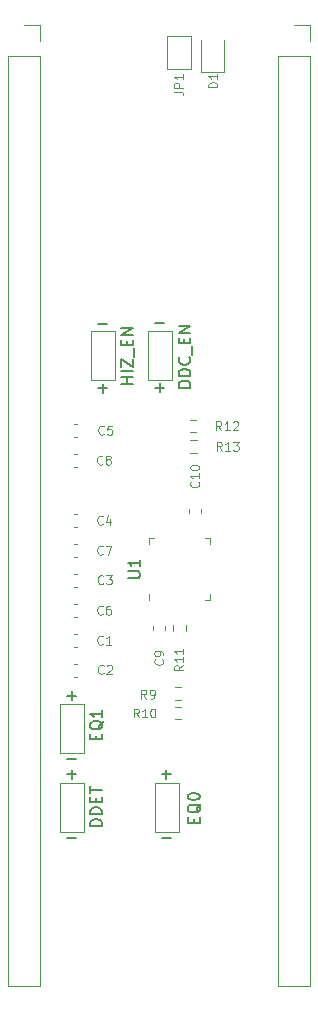
<source format=gto>
G04 #@! TF.GenerationSoftware,KiCad,Pcbnew,(5.1.12)-1*
G04 #@! TF.CreationDate,2022-10-04T21:51:07-07:00*
G04 #@! TF.ProjectId,HDMIBuffer,48444d49-4275-4666-9665-722e6b696361,rev?*
G04 #@! TF.SameCoordinates,Original*
G04 #@! TF.FileFunction,Legend,Top*
G04 #@! TF.FilePolarity,Positive*
%FSLAX46Y46*%
G04 Gerber Fmt 4.6, Leading zero omitted, Abs format (unit mm)*
G04 Created by KiCad (PCBNEW (5.1.12)-1) date 2022-10-04 21:51:07*
%MOMM*%
%LPD*%
G01*
G04 APERTURE LIST*
%ADD10C,0.150000*%
%ADD11C,0.120000*%
%ADD12R,1.500000X1.000000*%
%ADD13O,1.600000X1.600000*%
%ADD14R,1.600000X1.600000*%
%ADD15R,2.100000X2.100000*%
%ADD16C,0.100000*%
G04 APERTURE END LIST*
D10*
X124124980Y-95346542D02*
X123124980Y-95346542D01*
X123601171Y-95346542D02*
X123601171Y-94775114D01*
X124124980Y-94775114D02*
X123124980Y-94775114D01*
X124124980Y-94298923D02*
X123124980Y-94298923D01*
X123124980Y-93917971D02*
X123124980Y-93251304D01*
X124124980Y-93917971D01*
X124124980Y-93251304D01*
X124220219Y-93108447D02*
X124220219Y-92346542D01*
X123601171Y-92108447D02*
X123601171Y-91775114D01*
X124124980Y-91632257D02*
X124124980Y-92108447D01*
X123124980Y-92108447D01*
X123124980Y-91632257D01*
X124124980Y-91203685D02*
X123124980Y-91203685D01*
X124124980Y-90632257D01*
X123124980Y-90632257D01*
X129001780Y-95684647D02*
X128001780Y-95684647D01*
X128001780Y-95446552D01*
X128049400Y-95303695D01*
X128144638Y-95208457D01*
X128239876Y-95160838D01*
X128430352Y-95113219D01*
X128573209Y-95113219D01*
X128763685Y-95160838D01*
X128858923Y-95208457D01*
X128954161Y-95303695D01*
X129001780Y-95446552D01*
X129001780Y-95684647D01*
X129001780Y-94684647D02*
X128001780Y-94684647D01*
X128001780Y-94446552D01*
X128049400Y-94303695D01*
X128144638Y-94208457D01*
X128239876Y-94160838D01*
X128430352Y-94113219D01*
X128573209Y-94113219D01*
X128763685Y-94160838D01*
X128858923Y-94208457D01*
X128954161Y-94303695D01*
X129001780Y-94446552D01*
X129001780Y-94684647D01*
X128906542Y-93113219D02*
X128954161Y-93160838D01*
X129001780Y-93303695D01*
X129001780Y-93398933D01*
X128954161Y-93541790D01*
X128858923Y-93637028D01*
X128763685Y-93684647D01*
X128573209Y-93732266D01*
X128430352Y-93732266D01*
X128239876Y-93684647D01*
X128144638Y-93637028D01*
X128049400Y-93541790D01*
X128001780Y-93398933D01*
X128001780Y-93303695D01*
X128049400Y-93160838D01*
X128097019Y-93113219D01*
X129097019Y-92922742D02*
X129097019Y-92160838D01*
X128477971Y-91922742D02*
X128477971Y-91589409D01*
X129001780Y-91446552D02*
X129001780Y-91922742D01*
X128001780Y-91922742D01*
X128001780Y-91446552D01*
X129001780Y-91017980D02*
X128001780Y-91017980D01*
X129001780Y-90446552D01*
X128001780Y-90446552D01*
X121508780Y-132786238D02*
X120508780Y-132786238D01*
X120508780Y-132548142D01*
X120556400Y-132405285D01*
X120651638Y-132310047D01*
X120746876Y-132262428D01*
X120937352Y-132214809D01*
X121080209Y-132214809D01*
X121270685Y-132262428D01*
X121365923Y-132310047D01*
X121461161Y-132405285D01*
X121508780Y-132548142D01*
X121508780Y-132786238D01*
X121508780Y-131786238D02*
X120508780Y-131786238D01*
X120508780Y-131548142D01*
X120556400Y-131405285D01*
X120651638Y-131310047D01*
X120746876Y-131262428D01*
X120937352Y-131214809D01*
X121080209Y-131214809D01*
X121270685Y-131262428D01*
X121365923Y-131310047D01*
X121461161Y-131405285D01*
X121508780Y-131548142D01*
X121508780Y-131786238D01*
X120984971Y-130786238D02*
X120984971Y-130452904D01*
X121508780Y-130310047D02*
X121508780Y-130786238D01*
X120508780Y-130786238D01*
X120508780Y-130310047D01*
X120508780Y-130024333D02*
X120508780Y-129452904D01*
X121508780Y-129738619D02*
X120508780Y-129738619D01*
X120984971Y-125471085D02*
X120984971Y-125137752D01*
X121508780Y-124994895D02*
X121508780Y-125471085D01*
X120508780Y-125471085D01*
X120508780Y-124994895D01*
X121604019Y-123899657D02*
X121556400Y-123994895D01*
X121461161Y-124090133D01*
X121318304Y-124232990D01*
X121270685Y-124328228D01*
X121270685Y-124423466D01*
X121508780Y-124375847D02*
X121461161Y-124471085D01*
X121365923Y-124566323D01*
X121175447Y-124613942D01*
X120842114Y-124613942D01*
X120651638Y-124566323D01*
X120556400Y-124471085D01*
X120508780Y-124375847D01*
X120508780Y-124185371D01*
X120556400Y-124090133D01*
X120651638Y-123994895D01*
X120842114Y-123947276D01*
X121175447Y-123947276D01*
X121365923Y-123994895D01*
X121461161Y-124090133D01*
X121508780Y-124185371D01*
X121508780Y-124375847D01*
X121508780Y-122994895D02*
X121508780Y-123566323D01*
X121508780Y-123280609D02*
X120508780Y-123280609D01*
X120651638Y-123375847D01*
X120746876Y-123471085D01*
X120794495Y-123566323D01*
X129265371Y-132506885D02*
X129265371Y-132173552D01*
X129789180Y-132030695D02*
X129789180Y-132506885D01*
X128789180Y-132506885D01*
X128789180Y-132030695D01*
X129884419Y-130935457D02*
X129836800Y-131030695D01*
X129741561Y-131125933D01*
X129598704Y-131268790D01*
X129551085Y-131364028D01*
X129551085Y-131459266D01*
X129789180Y-131411647D02*
X129741561Y-131506885D01*
X129646323Y-131602123D01*
X129455847Y-131649742D01*
X129122514Y-131649742D01*
X128932038Y-131602123D01*
X128836800Y-131506885D01*
X128789180Y-131411647D01*
X128789180Y-131221171D01*
X128836800Y-131125933D01*
X128932038Y-131030695D01*
X129122514Y-130983076D01*
X129455847Y-130983076D01*
X129646323Y-131030695D01*
X129741561Y-131125933D01*
X129789180Y-131221171D01*
X129789180Y-131411647D01*
X128789180Y-130364028D02*
X128789180Y-130268790D01*
X128836800Y-130173552D01*
X128884419Y-130125933D01*
X128979657Y-130078314D01*
X129170133Y-130030695D01*
X129408228Y-130030695D01*
X129598704Y-130078314D01*
X129693942Y-130125933D01*
X129741561Y-130173552D01*
X129789180Y-130268790D01*
X129789180Y-130364028D01*
X129741561Y-130459266D01*
X129693942Y-130506885D01*
X129598704Y-130554504D01*
X129408228Y-130602123D01*
X129170133Y-130602123D01*
X128979657Y-130554504D01*
X128884419Y-130506885D01*
X128836800Y-130459266D01*
X128789180Y-130364028D01*
X118567247Y-127096828D02*
X119329152Y-127096828D01*
X126619047Y-133827828D02*
X127380952Y-133827828D01*
X118592647Y-133802428D02*
X119354552Y-133802428D01*
X121208847Y-90317628D02*
X121970752Y-90317628D01*
X126034847Y-90241428D02*
X126796752Y-90241428D01*
X126593647Y-128417628D02*
X127355552Y-128417628D01*
X126974600Y-128798580D02*
X126974600Y-128036676D01*
X118567247Y-121762828D02*
X119329152Y-121762828D01*
X118948200Y-122143780D02*
X118948200Y-121381876D01*
X118567247Y-128417628D02*
X119329152Y-128417628D01*
X118948200Y-128798580D02*
X118948200Y-128036676D01*
X121183447Y-95753228D02*
X121945352Y-95753228D01*
X121564400Y-96134180D02*
X121564400Y-95372276D01*
X126034847Y-95702428D02*
X126796752Y-95702428D01*
X126415800Y-96083380D02*
X126415800Y-95321476D01*
D11*
X129005876Y-100137700D02*
X129515324Y-100137700D01*
X129005876Y-101182700D02*
X129515324Y-101182700D01*
X128982376Y-98385100D02*
X129491824Y-98385100D01*
X128982376Y-99430100D02*
X129491824Y-99430100D01*
X127544300Y-116281924D02*
X127544300Y-115772476D01*
X128589300Y-116281924D02*
X128589300Y-115772476D01*
X127659676Y-122718300D02*
X128169124Y-122718300D01*
X127659676Y-123763300D02*
X128169124Y-123763300D01*
X127659676Y-121067300D02*
X128169124Y-121067300D01*
X127659676Y-122112300D02*
X128169124Y-122112300D01*
X120589800Y-90914000D02*
X122589800Y-90914000D01*
X120589800Y-95014000D02*
X120589800Y-90914000D01*
X122589800Y-95014000D02*
X120589800Y-95014000D01*
X122589800Y-90914000D02*
X122589800Y-95014000D01*
X125441200Y-90914000D02*
X127441200Y-90914000D01*
X125441200Y-95014000D02*
X125441200Y-90914000D01*
X127441200Y-95014000D02*
X125441200Y-95014000D01*
X127441200Y-90914000D02*
X127441200Y-95014000D01*
X119948200Y-133266400D02*
X117948200Y-133266400D01*
X119948200Y-129166400D02*
X119948200Y-133266400D01*
X117948200Y-129166400D02*
X119948200Y-129166400D01*
X117948200Y-133266400D02*
X117948200Y-129166400D01*
X119948200Y-126586200D02*
X117948200Y-126586200D01*
X119948200Y-122486200D02*
X119948200Y-126586200D01*
X117948200Y-122486200D02*
X119948200Y-122486200D01*
X117948200Y-126586200D02*
X117948200Y-122486200D01*
X128025400Y-133271000D02*
X126025400Y-133271000D01*
X128025400Y-129171000D02*
X128025400Y-133271000D01*
X126025400Y-129171000D02*
X128025400Y-129171000D01*
X126025400Y-133271000D02*
X126025400Y-129171000D01*
X127016000Y-65925000D02*
X129016000Y-65925000D01*
X127016000Y-68725000D02*
X127016000Y-65925000D01*
X129016000Y-68725000D02*
X127016000Y-68725000D01*
X129016000Y-65925000D02*
X129016000Y-68725000D01*
X129926200Y-66256900D02*
X129926200Y-68941900D01*
X129926200Y-68941900D02*
X131846200Y-68941900D01*
X131846200Y-68941900D02*
X131846200Y-66256900D01*
X129872200Y-105974933D02*
X129872200Y-106267467D01*
X128852200Y-105974933D02*
X128852200Y-106267467D01*
X125804200Y-116172367D02*
X125804200Y-115879833D01*
X126824200Y-116172367D02*
X126824200Y-115879833D01*
X137769600Y-64964000D02*
X139099600Y-64964000D01*
X139099600Y-64964000D02*
X139099600Y-66294000D01*
X139099600Y-67564000D02*
X139099600Y-146364000D01*
X136439600Y-146364000D02*
X139099600Y-146364000D01*
X136439600Y-67564000D02*
X136439600Y-146364000D01*
X136439600Y-67564000D02*
X139099600Y-67564000D01*
X114909600Y-64964000D02*
X116239600Y-64964000D01*
X116239600Y-64964000D02*
X116239600Y-66294000D01*
X116239600Y-67564000D02*
X116239600Y-146364000D01*
X113579600Y-146364000D02*
X116239600Y-146364000D01*
X113579600Y-67564000D02*
X113579600Y-146364000D01*
X113579600Y-67564000D02*
X116239600Y-67564000D01*
X119425767Y-101344000D02*
X119133233Y-101344000D01*
X119425767Y-102364000D02*
X119133233Y-102364000D01*
X119425767Y-108964000D02*
X119133233Y-108964000D01*
X119425767Y-109984000D02*
X119133233Y-109984000D01*
X119425767Y-114044000D02*
X119133233Y-114044000D01*
X119425767Y-115064000D02*
X119133233Y-115064000D01*
X119425767Y-98804000D02*
X119133233Y-98804000D01*
X119425767Y-99824000D02*
X119133233Y-99824000D01*
X119425767Y-106424000D02*
X119133233Y-106424000D01*
X119425767Y-107444000D02*
X119133233Y-107444000D01*
X119425767Y-111504000D02*
X119133233Y-111504000D01*
X119425767Y-112524000D02*
X119133233Y-112524000D01*
X119425767Y-119124000D02*
X119133233Y-119124000D01*
X119425767Y-120144000D02*
X119133233Y-120144000D01*
X119425767Y-116584000D02*
X119133233Y-116584000D01*
X119425767Y-117604000D02*
X119133233Y-117604000D01*
X125456800Y-113183800D02*
X125456800Y-113658800D01*
X130676800Y-108438800D02*
X130201800Y-108438800D01*
X130676800Y-108913800D02*
X130676800Y-108438800D01*
X130676800Y-113658800D02*
X130201800Y-113658800D01*
X130676800Y-113183800D02*
X130676800Y-113658800D01*
X125456800Y-108438800D02*
X125931800Y-108438800D01*
X125456800Y-108913800D02*
X125456800Y-108438800D01*
X131648657Y-101024885D02*
X131398657Y-100667742D01*
X131220085Y-101024885D02*
X131220085Y-100274885D01*
X131505800Y-100274885D01*
X131577228Y-100310600D01*
X131612942Y-100346314D01*
X131648657Y-100417742D01*
X131648657Y-100524885D01*
X131612942Y-100596314D01*
X131577228Y-100632028D01*
X131505800Y-100667742D01*
X131220085Y-100667742D01*
X132362942Y-101024885D02*
X131934371Y-101024885D01*
X132148657Y-101024885D02*
X132148657Y-100274885D01*
X132077228Y-100382028D01*
X132005800Y-100453457D01*
X131934371Y-100489171D01*
X132612942Y-100274885D02*
X133077228Y-100274885D01*
X132827228Y-100560600D01*
X132934371Y-100560600D01*
X133005800Y-100596314D01*
X133041514Y-100632028D01*
X133077228Y-100703457D01*
X133077228Y-100882028D01*
X133041514Y-100953457D01*
X133005800Y-100989171D01*
X132934371Y-101024885D01*
X132720085Y-101024885D01*
X132648657Y-100989171D01*
X132612942Y-100953457D01*
X131623257Y-99272285D02*
X131373257Y-98915142D01*
X131194685Y-99272285D02*
X131194685Y-98522285D01*
X131480400Y-98522285D01*
X131551828Y-98558000D01*
X131587542Y-98593714D01*
X131623257Y-98665142D01*
X131623257Y-98772285D01*
X131587542Y-98843714D01*
X131551828Y-98879428D01*
X131480400Y-98915142D01*
X131194685Y-98915142D01*
X132337542Y-99272285D02*
X131908971Y-99272285D01*
X132123257Y-99272285D02*
X132123257Y-98522285D01*
X132051828Y-98629428D01*
X131980400Y-98700857D01*
X131908971Y-98736571D01*
X132623257Y-98593714D02*
X132658971Y-98558000D01*
X132730400Y-98522285D01*
X132908971Y-98522285D01*
X132980400Y-98558000D01*
X133016114Y-98593714D01*
X133051828Y-98665142D01*
X133051828Y-98736571D01*
X133016114Y-98843714D01*
X132587542Y-99272285D01*
X133051828Y-99272285D01*
X128380685Y-119201742D02*
X128023542Y-119451742D01*
X128380685Y-119630314D02*
X127630685Y-119630314D01*
X127630685Y-119344600D01*
X127666400Y-119273171D01*
X127702114Y-119237457D01*
X127773542Y-119201742D01*
X127880685Y-119201742D01*
X127952114Y-119237457D01*
X127987828Y-119273171D01*
X128023542Y-119344600D01*
X128023542Y-119630314D01*
X128380685Y-118487457D02*
X128380685Y-118916028D01*
X128380685Y-118701742D02*
X127630685Y-118701742D01*
X127737828Y-118773171D01*
X127809257Y-118844600D01*
X127844971Y-118916028D01*
X128380685Y-117773171D02*
X128380685Y-118201742D01*
X128380685Y-117987457D02*
X127630685Y-117987457D01*
X127737828Y-118058885D01*
X127809257Y-118130314D01*
X127844971Y-118201742D01*
X124612857Y-123605485D02*
X124362857Y-123248342D01*
X124184285Y-123605485D02*
X124184285Y-122855485D01*
X124470000Y-122855485D01*
X124541428Y-122891200D01*
X124577142Y-122926914D01*
X124612857Y-122998342D01*
X124612857Y-123105485D01*
X124577142Y-123176914D01*
X124541428Y-123212628D01*
X124470000Y-123248342D01*
X124184285Y-123248342D01*
X125327142Y-123605485D02*
X124898571Y-123605485D01*
X125112857Y-123605485D02*
X125112857Y-122855485D01*
X125041428Y-122962628D01*
X124970000Y-123034057D01*
X124898571Y-123069771D01*
X125791428Y-122855485D02*
X125862857Y-122855485D01*
X125934285Y-122891200D01*
X125970000Y-122926914D01*
X126005714Y-122998342D01*
X126041428Y-123141200D01*
X126041428Y-123319771D01*
X126005714Y-123462628D01*
X125970000Y-123534057D01*
X125934285Y-123569771D01*
X125862857Y-123605485D01*
X125791428Y-123605485D01*
X125720000Y-123569771D01*
X125684285Y-123534057D01*
X125648571Y-123462628D01*
X125612857Y-123319771D01*
X125612857Y-123141200D01*
X125648571Y-122998342D01*
X125684285Y-122926914D01*
X125720000Y-122891200D01*
X125791428Y-122855485D01*
X125274800Y-122005285D02*
X125024800Y-121648142D01*
X124846228Y-122005285D02*
X124846228Y-121255285D01*
X125131942Y-121255285D01*
X125203371Y-121291000D01*
X125239085Y-121326714D01*
X125274800Y-121398142D01*
X125274800Y-121505285D01*
X125239085Y-121576714D01*
X125203371Y-121612428D01*
X125131942Y-121648142D01*
X124846228Y-121648142D01*
X125631942Y-122005285D02*
X125774800Y-122005285D01*
X125846228Y-121969571D01*
X125881942Y-121933857D01*
X125953371Y-121826714D01*
X125989085Y-121683857D01*
X125989085Y-121398142D01*
X125953371Y-121326714D01*
X125917657Y-121291000D01*
X125846228Y-121255285D01*
X125703371Y-121255285D01*
X125631942Y-121291000D01*
X125596228Y-121326714D01*
X125560514Y-121398142D01*
X125560514Y-121576714D01*
X125596228Y-121648142D01*
X125631942Y-121683857D01*
X125703371Y-121719571D01*
X125846228Y-121719571D01*
X125917657Y-121683857D01*
X125953371Y-121648142D01*
X125989085Y-121576714D01*
X127630685Y-70642400D02*
X128166400Y-70642400D01*
X128273542Y-70678114D01*
X128344971Y-70749542D01*
X128380685Y-70856685D01*
X128380685Y-70928114D01*
X128380685Y-70285257D02*
X127630685Y-70285257D01*
X127630685Y-69999542D01*
X127666400Y-69928114D01*
X127702114Y-69892400D01*
X127773542Y-69856685D01*
X127880685Y-69856685D01*
X127952114Y-69892400D01*
X127987828Y-69928114D01*
X128023542Y-69999542D01*
X128023542Y-70285257D01*
X128380685Y-69142400D02*
X128380685Y-69570971D01*
X128380685Y-69356685D02*
X127630685Y-69356685D01*
X127737828Y-69428114D01*
X127809257Y-69499542D01*
X127844971Y-69570971D01*
X131276285Y-70248871D02*
X130526285Y-70248871D01*
X130526285Y-70070300D01*
X130562000Y-69963157D01*
X130633428Y-69891728D01*
X130704857Y-69856014D01*
X130847714Y-69820300D01*
X130954857Y-69820300D01*
X131097714Y-69856014D01*
X131169142Y-69891728D01*
X131240571Y-69963157D01*
X131276285Y-70070300D01*
X131276285Y-70248871D01*
X131276285Y-69106014D02*
X131276285Y-69534585D01*
X131276285Y-69320300D02*
X130526285Y-69320300D01*
X130633428Y-69391728D01*
X130704857Y-69463157D01*
X130740571Y-69534585D01*
X129655457Y-103656942D02*
X129691171Y-103692657D01*
X129726885Y-103799800D01*
X129726885Y-103871228D01*
X129691171Y-103978371D01*
X129619742Y-104049800D01*
X129548314Y-104085514D01*
X129405457Y-104121228D01*
X129298314Y-104121228D01*
X129155457Y-104085514D01*
X129084028Y-104049800D01*
X129012600Y-103978371D01*
X128976885Y-103871228D01*
X128976885Y-103799800D01*
X129012600Y-103692657D01*
X129048314Y-103656942D01*
X129726885Y-102942657D02*
X129726885Y-103371228D01*
X129726885Y-103156942D02*
X128976885Y-103156942D01*
X129084028Y-103228371D01*
X129155457Y-103299800D01*
X129191171Y-103371228D01*
X128976885Y-102478371D02*
X128976885Y-102406942D01*
X129012600Y-102335514D01*
X129048314Y-102299800D01*
X129119742Y-102264085D01*
X129262600Y-102228371D01*
X129441171Y-102228371D01*
X129584028Y-102264085D01*
X129655457Y-102299800D01*
X129691171Y-102335514D01*
X129726885Y-102406942D01*
X129726885Y-102478371D01*
X129691171Y-102549800D01*
X129655457Y-102585514D01*
X129584028Y-102621228D01*
X129441171Y-102656942D01*
X129262600Y-102656942D01*
X129119742Y-102621228D01*
X129048314Y-102585514D01*
X129012600Y-102549800D01*
X128976885Y-102478371D01*
X126632857Y-118692200D02*
X126668571Y-118727914D01*
X126704285Y-118835057D01*
X126704285Y-118906485D01*
X126668571Y-119013628D01*
X126597142Y-119085057D01*
X126525714Y-119120771D01*
X126382857Y-119156485D01*
X126275714Y-119156485D01*
X126132857Y-119120771D01*
X126061428Y-119085057D01*
X125990000Y-119013628D01*
X125954285Y-118906485D01*
X125954285Y-118835057D01*
X125990000Y-118727914D01*
X126025714Y-118692200D01*
X126704285Y-118335057D02*
X126704285Y-118192200D01*
X126668571Y-118120771D01*
X126632857Y-118085057D01*
X126525714Y-118013628D01*
X126382857Y-117977914D01*
X126097142Y-117977914D01*
X126025714Y-118013628D01*
X125990000Y-118049342D01*
X125954285Y-118120771D01*
X125954285Y-118263628D01*
X125990000Y-118335057D01*
X126025714Y-118370771D01*
X126097142Y-118406485D01*
X126275714Y-118406485D01*
X126347142Y-118370771D01*
X126382857Y-118335057D01*
X126418571Y-118263628D01*
X126418571Y-118120771D01*
X126382857Y-118049342D01*
X126347142Y-118013628D01*
X126275714Y-117977914D01*
X121541000Y-102121857D02*
X121505285Y-102157571D01*
X121398142Y-102193285D01*
X121326714Y-102193285D01*
X121219571Y-102157571D01*
X121148142Y-102086142D01*
X121112428Y-102014714D01*
X121076714Y-101871857D01*
X121076714Y-101764714D01*
X121112428Y-101621857D01*
X121148142Y-101550428D01*
X121219571Y-101479000D01*
X121326714Y-101443285D01*
X121398142Y-101443285D01*
X121505285Y-101479000D01*
X121541000Y-101514714D01*
X121969571Y-101764714D02*
X121898142Y-101729000D01*
X121862428Y-101693285D01*
X121826714Y-101621857D01*
X121826714Y-101586142D01*
X121862428Y-101514714D01*
X121898142Y-101479000D01*
X121969571Y-101443285D01*
X122112428Y-101443285D01*
X122183857Y-101479000D01*
X122219571Y-101514714D01*
X122255285Y-101586142D01*
X122255285Y-101621857D01*
X122219571Y-101693285D01*
X122183857Y-101729000D01*
X122112428Y-101764714D01*
X121969571Y-101764714D01*
X121898142Y-101800428D01*
X121862428Y-101836142D01*
X121826714Y-101907571D01*
X121826714Y-102050428D01*
X121862428Y-102121857D01*
X121898142Y-102157571D01*
X121969571Y-102193285D01*
X122112428Y-102193285D01*
X122183857Y-102157571D01*
X122219571Y-102121857D01*
X122255285Y-102050428D01*
X122255285Y-101907571D01*
X122219571Y-101836142D01*
X122183857Y-101800428D01*
X122112428Y-101764714D01*
X121566400Y-109741857D02*
X121530685Y-109777571D01*
X121423542Y-109813285D01*
X121352114Y-109813285D01*
X121244971Y-109777571D01*
X121173542Y-109706142D01*
X121137828Y-109634714D01*
X121102114Y-109491857D01*
X121102114Y-109384714D01*
X121137828Y-109241857D01*
X121173542Y-109170428D01*
X121244971Y-109099000D01*
X121352114Y-109063285D01*
X121423542Y-109063285D01*
X121530685Y-109099000D01*
X121566400Y-109134714D01*
X121816400Y-109063285D02*
X122316400Y-109063285D01*
X121994971Y-109813285D01*
X121566400Y-114821857D02*
X121530685Y-114857571D01*
X121423542Y-114893285D01*
X121352114Y-114893285D01*
X121244971Y-114857571D01*
X121173542Y-114786142D01*
X121137828Y-114714714D01*
X121102114Y-114571857D01*
X121102114Y-114464714D01*
X121137828Y-114321857D01*
X121173542Y-114250428D01*
X121244971Y-114179000D01*
X121352114Y-114143285D01*
X121423542Y-114143285D01*
X121530685Y-114179000D01*
X121566400Y-114214714D01*
X122209257Y-114143285D02*
X122066400Y-114143285D01*
X121994971Y-114179000D01*
X121959257Y-114214714D01*
X121887828Y-114321857D01*
X121852114Y-114464714D01*
X121852114Y-114750428D01*
X121887828Y-114821857D01*
X121923542Y-114857571D01*
X121994971Y-114893285D01*
X122137828Y-114893285D01*
X122209257Y-114857571D01*
X122244971Y-114821857D01*
X122280685Y-114750428D01*
X122280685Y-114571857D01*
X122244971Y-114500428D01*
X122209257Y-114464714D01*
X122137828Y-114429000D01*
X121994971Y-114429000D01*
X121923542Y-114464714D01*
X121887828Y-114500428D01*
X121852114Y-114571857D01*
X121668000Y-99581857D02*
X121632285Y-99617571D01*
X121525142Y-99653285D01*
X121453714Y-99653285D01*
X121346571Y-99617571D01*
X121275142Y-99546142D01*
X121239428Y-99474714D01*
X121203714Y-99331857D01*
X121203714Y-99224714D01*
X121239428Y-99081857D01*
X121275142Y-99010428D01*
X121346571Y-98939000D01*
X121453714Y-98903285D01*
X121525142Y-98903285D01*
X121632285Y-98939000D01*
X121668000Y-98974714D01*
X122346571Y-98903285D02*
X121989428Y-98903285D01*
X121953714Y-99260428D01*
X121989428Y-99224714D01*
X122060857Y-99189000D01*
X122239428Y-99189000D01*
X122310857Y-99224714D01*
X122346571Y-99260428D01*
X122382285Y-99331857D01*
X122382285Y-99510428D01*
X122346571Y-99581857D01*
X122310857Y-99617571D01*
X122239428Y-99653285D01*
X122060857Y-99653285D01*
X121989428Y-99617571D01*
X121953714Y-99581857D01*
X121566400Y-107201857D02*
X121530685Y-107237571D01*
X121423542Y-107273285D01*
X121352114Y-107273285D01*
X121244971Y-107237571D01*
X121173542Y-107166142D01*
X121137828Y-107094714D01*
X121102114Y-106951857D01*
X121102114Y-106844714D01*
X121137828Y-106701857D01*
X121173542Y-106630428D01*
X121244971Y-106559000D01*
X121352114Y-106523285D01*
X121423542Y-106523285D01*
X121530685Y-106559000D01*
X121566400Y-106594714D01*
X122209257Y-106773285D02*
X122209257Y-107273285D01*
X122030685Y-106487571D02*
X121852114Y-107023285D01*
X122316400Y-107023285D01*
X121617200Y-112256457D02*
X121581485Y-112292171D01*
X121474342Y-112327885D01*
X121402914Y-112327885D01*
X121295771Y-112292171D01*
X121224342Y-112220742D01*
X121188628Y-112149314D01*
X121152914Y-112006457D01*
X121152914Y-111899314D01*
X121188628Y-111756457D01*
X121224342Y-111685028D01*
X121295771Y-111613600D01*
X121402914Y-111577885D01*
X121474342Y-111577885D01*
X121581485Y-111613600D01*
X121617200Y-111649314D01*
X121867200Y-111577885D02*
X122331485Y-111577885D01*
X122081485Y-111863600D01*
X122188628Y-111863600D01*
X122260057Y-111899314D01*
X122295771Y-111935028D01*
X122331485Y-112006457D01*
X122331485Y-112185028D01*
X122295771Y-112256457D01*
X122260057Y-112292171D01*
X122188628Y-112327885D01*
X121974342Y-112327885D01*
X121902914Y-112292171D01*
X121867200Y-112256457D01*
X121642600Y-119851057D02*
X121606885Y-119886771D01*
X121499742Y-119922485D01*
X121428314Y-119922485D01*
X121321171Y-119886771D01*
X121249742Y-119815342D01*
X121214028Y-119743914D01*
X121178314Y-119601057D01*
X121178314Y-119493914D01*
X121214028Y-119351057D01*
X121249742Y-119279628D01*
X121321171Y-119208200D01*
X121428314Y-119172485D01*
X121499742Y-119172485D01*
X121606885Y-119208200D01*
X121642600Y-119243914D01*
X121928314Y-119243914D02*
X121964028Y-119208200D01*
X122035457Y-119172485D01*
X122214028Y-119172485D01*
X122285457Y-119208200D01*
X122321171Y-119243914D01*
X122356885Y-119315342D01*
X122356885Y-119386771D01*
X122321171Y-119493914D01*
X121892600Y-119922485D01*
X122356885Y-119922485D01*
X121591800Y-117361857D02*
X121556085Y-117397571D01*
X121448942Y-117433285D01*
X121377514Y-117433285D01*
X121270371Y-117397571D01*
X121198942Y-117326142D01*
X121163228Y-117254714D01*
X121127514Y-117111857D01*
X121127514Y-117004714D01*
X121163228Y-116861857D01*
X121198942Y-116790428D01*
X121270371Y-116719000D01*
X121377514Y-116683285D01*
X121448942Y-116683285D01*
X121556085Y-116719000D01*
X121591800Y-116754714D01*
X122306085Y-117433285D02*
X121877514Y-117433285D01*
X122091800Y-117433285D02*
X122091800Y-116683285D01*
X122020371Y-116790428D01*
X121948942Y-116861857D01*
X121877514Y-116897571D01*
D10*
X123719180Y-111810704D02*
X124528704Y-111810704D01*
X124623942Y-111763085D01*
X124671561Y-111715466D01*
X124719180Y-111620228D01*
X124719180Y-111429752D01*
X124671561Y-111334514D01*
X124623942Y-111286895D01*
X124528704Y-111239276D01*
X123719180Y-111239276D01*
X124719180Y-110239276D02*
X124719180Y-110810704D01*
X124719180Y-110524990D02*
X123719180Y-110524990D01*
X123862038Y-110620228D01*
X123957276Y-110715466D01*
X124004895Y-110810704D01*
%LPC*%
G36*
G01*
X129685600Y-100897700D02*
X129685600Y-100422700D01*
G75*
G02*
X129923100Y-100185200I237500J0D01*
G01*
X130423100Y-100185200D01*
G75*
G02*
X130660600Y-100422700I0J-237500D01*
G01*
X130660600Y-100897700D01*
G75*
G02*
X130423100Y-101135200I-237500J0D01*
G01*
X129923100Y-101135200D01*
G75*
G02*
X129685600Y-100897700I0J237500D01*
G01*
G37*
G36*
G01*
X127860600Y-100897700D02*
X127860600Y-100422700D01*
G75*
G02*
X128098100Y-100185200I237500J0D01*
G01*
X128598100Y-100185200D01*
G75*
G02*
X128835600Y-100422700I0J-237500D01*
G01*
X128835600Y-100897700D01*
G75*
G02*
X128598100Y-101135200I-237500J0D01*
G01*
X128098100Y-101135200D01*
G75*
G02*
X127860600Y-100897700I0J237500D01*
G01*
G37*
G36*
G01*
X129662100Y-99145100D02*
X129662100Y-98670100D01*
G75*
G02*
X129899600Y-98432600I237500J0D01*
G01*
X130399600Y-98432600D01*
G75*
G02*
X130637100Y-98670100I0J-237500D01*
G01*
X130637100Y-99145100D01*
G75*
G02*
X130399600Y-99382600I-237500J0D01*
G01*
X129899600Y-99382600D01*
G75*
G02*
X129662100Y-99145100I0J237500D01*
G01*
G37*
G36*
G01*
X127837100Y-99145100D02*
X127837100Y-98670100D01*
G75*
G02*
X128074600Y-98432600I237500J0D01*
G01*
X128574600Y-98432600D01*
G75*
G02*
X128812100Y-98670100I0J-237500D01*
G01*
X128812100Y-99145100D01*
G75*
G02*
X128574600Y-99382600I-237500J0D01*
G01*
X128074600Y-99382600D01*
G75*
G02*
X127837100Y-99145100I0J237500D01*
G01*
G37*
G36*
G01*
X128304300Y-115602200D02*
X127829300Y-115602200D01*
G75*
G02*
X127591800Y-115364700I0J237500D01*
G01*
X127591800Y-114864700D01*
G75*
G02*
X127829300Y-114627200I237500J0D01*
G01*
X128304300Y-114627200D01*
G75*
G02*
X128541800Y-114864700I0J-237500D01*
G01*
X128541800Y-115364700D01*
G75*
G02*
X128304300Y-115602200I-237500J0D01*
G01*
G37*
G36*
G01*
X128304300Y-117427200D02*
X127829300Y-117427200D01*
G75*
G02*
X127591800Y-117189700I0J237500D01*
G01*
X127591800Y-116689700D01*
G75*
G02*
X127829300Y-116452200I237500J0D01*
G01*
X128304300Y-116452200D01*
G75*
G02*
X128541800Y-116689700I0J-237500D01*
G01*
X128541800Y-117189700D01*
G75*
G02*
X128304300Y-117427200I-237500J0D01*
G01*
G37*
G36*
G01*
X128339400Y-123478300D02*
X128339400Y-123003300D01*
G75*
G02*
X128576900Y-122765800I237500J0D01*
G01*
X129076900Y-122765800D01*
G75*
G02*
X129314400Y-123003300I0J-237500D01*
G01*
X129314400Y-123478300D01*
G75*
G02*
X129076900Y-123715800I-237500J0D01*
G01*
X128576900Y-123715800D01*
G75*
G02*
X128339400Y-123478300I0J237500D01*
G01*
G37*
G36*
G01*
X126514400Y-123478300D02*
X126514400Y-123003300D01*
G75*
G02*
X126751900Y-122765800I237500J0D01*
G01*
X127251900Y-122765800D01*
G75*
G02*
X127489400Y-123003300I0J-237500D01*
G01*
X127489400Y-123478300D01*
G75*
G02*
X127251900Y-123715800I-237500J0D01*
G01*
X126751900Y-123715800D01*
G75*
G02*
X126514400Y-123478300I0J237500D01*
G01*
G37*
G36*
G01*
X128339400Y-121827300D02*
X128339400Y-121352300D01*
G75*
G02*
X128576900Y-121114800I237500J0D01*
G01*
X129076900Y-121114800D01*
G75*
G02*
X129314400Y-121352300I0J-237500D01*
G01*
X129314400Y-121827300D01*
G75*
G02*
X129076900Y-122064800I-237500J0D01*
G01*
X128576900Y-122064800D01*
G75*
G02*
X128339400Y-121827300I0J237500D01*
G01*
G37*
G36*
G01*
X126514400Y-121827300D02*
X126514400Y-121352300D01*
G75*
G02*
X126751900Y-121114800I237500J0D01*
G01*
X127251900Y-121114800D01*
G75*
G02*
X127489400Y-121352300I0J-237500D01*
G01*
X127489400Y-121827300D01*
G75*
G02*
X127251900Y-122064800I-237500J0D01*
G01*
X126751900Y-122064800D01*
G75*
G02*
X126514400Y-121827300I0J237500D01*
G01*
G37*
D12*
X121589800Y-92964000D03*
X121589800Y-94264000D03*
X121589800Y-91664000D03*
X126441200Y-92964000D03*
X126441200Y-94264000D03*
X126441200Y-91664000D03*
X118948200Y-131216400D03*
X118948200Y-129916400D03*
X118948200Y-132516400D03*
X118948200Y-124536200D03*
X118948200Y-123236200D03*
X118948200Y-125836200D03*
X127025400Y-131221000D03*
X127025400Y-129921000D03*
X127025400Y-132521000D03*
X128016000Y-66675000D03*
X128016000Y-67975000D03*
G36*
G01*
X131342450Y-66806900D02*
X130429950Y-66806900D01*
G75*
G02*
X130186200Y-66563150I0J243750D01*
G01*
X130186200Y-66075650D01*
G75*
G02*
X130429950Y-65831900I243750J0D01*
G01*
X131342450Y-65831900D01*
G75*
G02*
X131586200Y-66075650I0J-243750D01*
G01*
X131586200Y-66563150D01*
G75*
G02*
X131342450Y-66806900I-243750J0D01*
G01*
G37*
G36*
G01*
X131342450Y-68681900D02*
X130429950Y-68681900D01*
G75*
G02*
X130186200Y-68438150I0J243750D01*
G01*
X130186200Y-67950650D01*
G75*
G02*
X130429950Y-67706900I243750J0D01*
G01*
X131342450Y-67706900D01*
G75*
G02*
X131586200Y-67950650I0J-243750D01*
G01*
X131586200Y-68438150D01*
G75*
G02*
X131342450Y-68681900I-243750J0D01*
G01*
G37*
G36*
G01*
X129124700Y-106446200D02*
X129599700Y-106446200D01*
G75*
G02*
X129837200Y-106683700I0J-237500D01*
G01*
X129837200Y-107283700D01*
G75*
G02*
X129599700Y-107521200I-237500J0D01*
G01*
X129124700Y-107521200D01*
G75*
G02*
X128887200Y-107283700I0J237500D01*
G01*
X128887200Y-106683700D01*
G75*
G02*
X129124700Y-106446200I237500J0D01*
G01*
G37*
G36*
G01*
X129124700Y-104721200D02*
X129599700Y-104721200D01*
G75*
G02*
X129837200Y-104958700I0J-237500D01*
G01*
X129837200Y-105558700D01*
G75*
G02*
X129599700Y-105796200I-237500J0D01*
G01*
X129124700Y-105796200D01*
G75*
G02*
X128887200Y-105558700I0J237500D01*
G01*
X128887200Y-104958700D01*
G75*
G02*
X129124700Y-104721200I237500J0D01*
G01*
G37*
G36*
G01*
X126551700Y-115701100D02*
X126076700Y-115701100D01*
G75*
G02*
X125839200Y-115463600I0J237500D01*
G01*
X125839200Y-114863600D01*
G75*
G02*
X126076700Y-114626100I237500J0D01*
G01*
X126551700Y-114626100D01*
G75*
G02*
X126789200Y-114863600I0J-237500D01*
G01*
X126789200Y-115463600D01*
G75*
G02*
X126551700Y-115701100I-237500J0D01*
G01*
G37*
G36*
G01*
X126551700Y-117426100D02*
X126076700Y-117426100D01*
G75*
G02*
X125839200Y-117188600I0J237500D01*
G01*
X125839200Y-116588600D01*
G75*
G02*
X126076700Y-116351100I237500J0D01*
G01*
X126551700Y-116351100D01*
G75*
G02*
X126789200Y-116588600I0J-237500D01*
G01*
X126789200Y-117188600D01*
G75*
G02*
X126551700Y-117426100I-237500J0D01*
G01*
G37*
D13*
X137769600Y-145034000D03*
X137769600Y-142494000D03*
X137769600Y-139954000D03*
X137769600Y-137414000D03*
X137769600Y-134874000D03*
X137769600Y-132334000D03*
X137769600Y-129794000D03*
X137769600Y-127254000D03*
X137769600Y-124714000D03*
X137769600Y-122174000D03*
X137769600Y-119634000D03*
X137769600Y-117094000D03*
X137769600Y-114554000D03*
X137769600Y-112014000D03*
X137769600Y-109474000D03*
X137769600Y-106934000D03*
X137769600Y-104394000D03*
X137769600Y-101854000D03*
X137769600Y-99314000D03*
X137769600Y-96774000D03*
X137769600Y-94234000D03*
X137769600Y-91694000D03*
X137769600Y-89154000D03*
X137769600Y-86614000D03*
X137769600Y-84074000D03*
X137769600Y-81534000D03*
X137769600Y-78994000D03*
X137769600Y-76454000D03*
X137769600Y-73914000D03*
X137769600Y-71374000D03*
X137769600Y-68834000D03*
X137769600Y-66294000D03*
X135229600Y-145034000D03*
X135229600Y-142494000D03*
X135229600Y-139954000D03*
X135229600Y-137414000D03*
X135229600Y-134874000D03*
X135229600Y-132334000D03*
X135229600Y-129794000D03*
X135229600Y-127254000D03*
X135229600Y-124714000D03*
X135229600Y-122174000D03*
X135229600Y-119634000D03*
X135229600Y-117094000D03*
X135229600Y-114554000D03*
X135229600Y-112014000D03*
X135229600Y-109474000D03*
X135229600Y-106934000D03*
X135229600Y-104394000D03*
X135229600Y-101854000D03*
X135229600Y-99314000D03*
X135229600Y-96774000D03*
X135229600Y-94234000D03*
X135229600Y-91694000D03*
X135229600Y-89154000D03*
X135229600Y-86614000D03*
X135229600Y-84074000D03*
X135229600Y-81534000D03*
X135229600Y-78994000D03*
X135229600Y-76454000D03*
X135229600Y-73914000D03*
X135229600Y-71374000D03*
X135229600Y-68834000D03*
X135229600Y-66294000D03*
X114909600Y-145034000D03*
X114909600Y-142494000D03*
X114909600Y-139954000D03*
X114909600Y-137414000D03*
X114909600Y-134874000D03*
X114909600Y-132334000D03*
X114909600Y-129794000D03*
X114909600Y-127254000D03*
X114909600Y-124714000D03*
X114909600Y-122174000D03*
X114909600Y-119634000D03*
X114909600Y-117094000D03*
X114909600Y-114554000D03*
X114909600Y-112014000D03*
X114909600Y-109474000D03*
X114909600Y-106934000D03*
X114909600Y-104394000D03*
X114909600Y-101854000D03*
X114909600Y-99314000D03*
X114909600Y-96774000D03*
X114909600Y-94234000D03*
X114909600Y-91694000D03*
X114909600Y-89154000D03*
X114909600Y-86614000D03*
X114909600Y-84074000D03*
X114909600Y-81534000D03*
X114909600Y-78994000D03*
X114909600Y-76454000D03*
X114909600Y-73914000D03*
X114909600Y-71374000D03*
X114909600Y-68834000D03*
D14*
X114909600Y-66294000D03*
D13*
X112373601Y-145034000D03*
X112373601Y-142494000D03*
X112373601Y-139954000D03*
X112373601Y-137414000D03*
X112373601Y-134874000D03*
X112373601Y-132334000D03*
X112373601Y-129794000D03*
X112373601Y-127254000D03*
X112373601Y-124714000D03*
X112373601Y-122174000D03*
X112373601Y-119634000D03*
X112373601Y-117094000D03*
X112373601Y-114554000D03*
X112373601Y-112014000D03*
X112373601Y-109474000D03*
X112373601Y-106934000D03*
X112373601Y-104394000D03*
X112373601Y-101854000D03*
X112373601Y-99314000D03*
X112373601Y-96774000D03*
X112373601Y-94234000D03*
X112373601Y-91694000D03*
X112373601Y-89154000D03*
X112373601Y-86614000D03*
X112373601Y-84074000D03*
X112373601Y-81534000D03*
X112373601Y-78994000D03*
X112373601Y-76454000D03*
X112373601Y-73914000D03*
X112373601Y-71374000D03*
X112373601Y-68834000D03*
D14*
X112373601Y-66294000D03*
G36*
G01*
X118954500Y-101616500D02*
X118954500Y-102091500D01*
G75*
G02*
X118717000Y-102329000I-237500J0D01*
G01*
X118117000Y-102329000D01*
G75*
G02*
X117879500Y-102091500I0J237500D01*
G01*
X117879500Y-101616500D01*
G75*
G02*
X118117000Y-101379000I237500J0D01*
G01*
X118717000Y-101379000D01*
G75*
G02*
X118954500Y-101616500I0J-237500D01*
G01*
G37*
G36*
G01*
X120679500Y-101616500D02*
X120679500Y-102091500D01*
G75*
G02*
X120442000Y-102329000I-237500J0D01*
G01*
X119842000Y-102329000D01*
G75*
G02*
X119604500Y-102091500I0J237500D01*
G01*
X119604500Y-101616500D01*
G75*
G02*
X119842000Y-101379000I237500J0D01*
G01*
X120442000Y-101379000D01*
G75*
G02*
X120679500Y-101616500I0J-237500D01*
G01*
G37*
G36*
G01*
X118954500Y-109236500D02*
X118954500Y-109711500D01*
G75*
G02*
X118717000Y-109949000I-237500J0D01*
G01*
X118117000Y-109949000D01*
G75*
G02*
X117879500Y-109711500I0J237500D01*
G01*
X117879500Y-109236500D01*
G75*
G02*
X118117000Y-108999000I237500J0D01*
G01*
X118717000Y-108999000D01*
G75*
G02*
X118954500Y-109236500I0J-237500D01*
G01*
G37*
G36*
G01*
X120679500Y-109236500D02*
X120679500Y-109711500D01*
G75*
G02*
X120442000Y-109949000I-237500J0D01*
G01*
X119842000Y-109949000D01*
G75*
G02*
X119604500Y-109711500I0J237500D01*
G01*
X119604500Y-109236500D01*
G75*
G02*
X119842000Y-108999000I237500J0D01*
G01*
X120442000Y-108999000D01*
G75*
G02*
X120679500Y-109236500I0J-237500D01*
G01*
G37*
G36*
G01*
X118954500Y-114316500D02*
X118954500Y-114791500D01*
G75*
G02*
X118717000Y-115029000I-237500J0D01*
G01*
X118117000Y-115029000D01*
G75*
G02*
X117879500Y-114791500I0J237500D01*
G01*
X117879500Y-114316500D01*
G75*
G02*
X118117000Y-114079000I237500J0D01*
G01*
X118717000Y-114079000D01*
G75*
G02*
X118954500Y-114316500I0J-237500D01*
G01*
G37*
G36*
G01*
X120679500Y-114316500D02*
X120679500Y-114791500D01*
G75*
G02*
X120442000Y-115029000I-237500J0D01*
G01*
X119842000Y-115029000D01*
G75*
G02*
X119604500Y-114791500I0J237500D01*
G01*
X119604500Y-114316500D01*
G75*
G02*
X119842000Y-114079000I237500J0D01*
G01*
X120442000Y-114079000D01*
G75*
G02*
X120679500Y-114316500I0J-237500D01*
G01*
G37*
G36*
G01*
X118954500Y-99076500D02*
X118954500Y-99551500D01*
G75*
G02*
X118717000Y-99789000I-237500J0D01*
G01*
X118117000Y-99789000D01*
G75*
G02*
X117879500Y-99551500I0J237500D01*
G01*
X117879500Y-99076500D01*
G75*
G02*
X118117000Y-98839000I237500J0D01*
G01*
X118717000Y-98839000D01*
G75*
G02*
X118954500Y-99076500I0J-237500D01*
G01*
G37*
G36*
G01*
X120679500Y-99076500D02*
X120679500Y-99551500D01*
G75*
G02*
X120442000Y-99789000I-237500J0D01*
G01*
X119842000Y-99789000D01*
G75*
G02*
X119604500Y-99551500I0J237500D01*
G01*
X119604500Y-99076500D01*
G75*
G02*
X119842000Y-98839000I237500J0D01*
G01*
X120442000Y-98839000D01*
G75*
G02*
X120679500Y-99076500I0J-237500D01*
G01*
G37*
G36*
G01*
X118954500Y-106696500D02*
X118954500Y-107171500D01*
G75*
G02*
X118717000Y-107409000I-237500J0D01*
G01*
X118117000Y-107409000D01*
G75*
G02*
X117879500Y-107171500I0J237500D01*
G01*
X117879500Y-106696500D01*
G75*
G02*
X118117000Y-106459000I237500J0D01*
G01*
X118717000Y-106459000D01*
G75*
G02*
X118954500Y-106696500I0J-237500D01*
G01*
G37*
G36*
G01*
X120679500Y-106696500D02*
X120679500Y-107171500D01*
G75*
G02*
X120442000Y-107409000I-237500J0D01*
G01*
X119842000Y-107409000D01*
G75*
G02*
X119604500Y-107171500I0J237500D01*
G01*
X119604500Y-106696500D01*
G75*
G02*
X119842000Y-106459000I237500J0D01*
G01*
X120442000Y-106459000D01*
G75*
G02*
X120679500Y-106696500I0J-237500D01*
G01*
G37*
G36*
G01*
X118954500Y-111776500D02*
X118954500Y-112251500D01*
G75*
G02*
X118717000Y-112489000I-237500J0D01*
G01*
X118117000Y-112489000D01*
G75*
G02*
X117879500Y-112251500I0J237500D01*
G01*
X117879500Y-111776500D01*
G75*
G02*
X118117000Y-111539000I237500J0D01*
G01*
X118717000Y-111539000D01*
G75*
G02*
X118954500Y-111776500I0J-237500D01*
G01*
G37*
G36*
G01*
X120679500Y-111776500D02*
X120679500Y-112251500D01*
G75*
G02*
X120442000Y-112489000I-237500J0D01*
G01*
X119842000Y-112489000D01*
G75*
G02*
X119604500Y-112251500I0J237500D01*
G01*
X119604500Y-111776500D01*
G75*
G02*
X119842000Y-111539000I237500J0D01*
G01*
X120442000Y-111539000D01*
G75*
G02*
X120679500Y-111776500I0J-237500D01*
G01*
G37*
G36*
G01*
X118954500Y-119396500D02*
X118954500Y-119871500D01*
G75*
G02*
X118717000Y-120109000I-237500J0D01*
G01*
X118117000Y-120109000D01*
G75*
G02*
X117879500Y-119871500I0J237500D01*
G01*
X117879500Y-119396500D01*
G75*
G02*
X118117000Y-119159000I237500J0D01*
G01*
X118717000Y-119159000D01*
G75*
G02*
X118954500Y-119396500I0J-237500D01*
G01*
G37*
G36*
G01*
X120679500Y-119396500D02*
X120679500Y-119871500D01*
G75*
G02*
X120442000Y-120109000I-237500J0D01*
G01*
X119842000Y-120109000D01*
G75*
G02*
X119604500Y-119871500I0J237500D01*
G01*
X119604500Y-119396500D01*
G75*
G02*
X119842000Y-119159000I237500J0D01*
G01*
X120442000Y-119159000D01*
G75*
G02*
X120679500Y-119396500I0J-237500D01*
G01*
G37*
G36*
G01*
X118954500Y-116856500D02*
X118954500Y-117331500D01*
G75*
G02*
X118717000Y-117569000I-237500J0D01*
G01*
X118117000Y-117569000D01*
G75*
G02*
X117879500Y-117331500I0J237500D01*
G01*
X117879500Y-116856500D01*
G75*
G02*
X118117000Y-116619000I237500J0D01*
G01*
X118717000Y-116619000D01*
G75*
G02*
X118954500Y-116856500I0J-237500D01*
G01*
G37*
G36*
G01*
X120679500Y-116856500D02*
X120679500Y-117331500D01*
G75*
G02*
X120442000Y-117569000I-237500J0D01*
G01*
X119842000Y-117569000D01*
G75*
G02*
X119604500Y-117331500I0J237500D01*
G01*
X119604500Y-116856500D01*
G75*
G02*
X119842000Y-116619000I237500J0D01*
G01*
X120442000Y-116619000D01*
G75*
G02*
X120679500Y-116856500I0J-237500D01*
G01*
G37*
D15*
X128066800Y-111048800D03*
D16*
G36*
X125218001Y-112724107D02*
G01*
X125221558Y-112712382D01*
X125227333Y-112701577D01*
X125235106Y-112692106D01*
X125244577Y-112684333D01*
X125255382Y-112678558D01*
X125267107Y-112675001D01*
X125279300Y-112673800D01*
X125979300Y-112673800D01*
X125991493Y-112675001D01*
X126003218Y-112678558D01*
X126014023Y-112684333D01*
X126023494Y-112692106D01*
X126031267Y-112701577D01*
X126037042Y-112712382D01*
X126040599Y-112724107D01*
X126041800Y-112736300D01*
X126041800Y-112807912D01*
X126040599Y-112820105D01*
X126037042Y-112831830D01*
X126031267Y-112842635D01*
X126023494Y-112852106D01*
X125970106Y-112905494D01*
X125960635Y-112913267D01*
X125949830Y-112919042D01*
X125938105Y-112922599D01*
X125925912Y-112923800D01*
X125279300Y-112923800D01*
X125267107Y-112922599D01*
X125255382Y-112919042D01*
X125244577Y-112913267D01*
X125235106Y-112905494D01*
X125227333Y-112896023D01*
X125221558Y-112885218D01*
X125218001Y-112873493D01*
X125216800Y-112861300D01*
X125216800Y-112736300D01*
X125218001Y-112724107D01*
G37*
G36*
G01*
X125979300Y-112423800D02*
X125279300Y-112423800D01*
G75*
G02*
X125216800Y-112361300I0J62500D01*
G01*
X125216800Y-112236300D01*
G75*
G02*
X125279300Y-112173800I62500J0D01*
G01*
X125979300Y-112173800D01*
G75*
G02*
X126041800Y-112236300I0J-62500D01*
G01*
X126041800Y-112361300D01*
G75*
G02*
X125979300Y-112423800I-62500J0D01*
G01*
G37*
G36*
G01*
X125979300Y-111923800D02*
X125279300Y-111923800D01*
G75*
G02*
X125216800Y-111861300I0J62500D01*
G01*
X125216800Y-111736300D01*
G75*
G02*
X125279300Y-111673800I62500J0D01*
G01*
X125979300Y-111673800D01*
G75*
G02*
X126041800Y-111736300I0J-62500D01*
G01*
X126041800Y-111861300D01*
G75*
G02*
X125979300Y-111923800I-62500J0D01*
G01*
G37*
G36*
G01*
X125979300Y-111423800D02*
X125279300Y-111423800D01*
G75*
G02*
X125216800Y-111361300I0J62500D01*
G01*
X125216800Y-111236300D01*
G75*
G02*
X125279300Y-111173800I62500J0D01*
G01*
X125979300Y-111173800D01*
G75*
G02*
X126041800Y-111236300I0J-62500D01*
G01*
X126041800Y-111361300D01*
G75*
G02*
X125979300Y-111423800I-62500J0D01*
G01*
G37*
G36*
G01*
X125979300Y-110923800D02*
X125279300Y-110923800D01*
G75*
G02*
X125216800Y-110861300I0J62500D01*
G01*
X125216800Y-110736300D01*
G75*
G02*
X125279300Y-110673800I62500J0D01*
G01*
X125979300Y-110673800D01*
G75*
G02*
X126041800Y-110736300I0J-62500D01*
G01*
X126041800Y-110861300D01*
G75*
G02*
X125979300Y-110923800I-62500J0D01*
G01*
G37*
G36*
G01*
X125979300Y-110423800D02*
X125279300Y-110423800D01*
G75*
G02*
X125216800Y-110361300I0J62500D01*
G01*
X125216800Y-110236300D01*
G75*
G02*
X125279300Y-110173800I62500J0D01*
G01*
X125979300Y-110173800D01*
G75*
G02*
X126041800Y-110236300I0J-62500D01*
G01*
X126041800Y-110361300D01*
G75*
G02*
X125979300Y-110423800I-62500J0D01*
G01*
G37*
G36*
G01*
X125979300Y-109923800D02*
X125279300Y-109923800D01*
G75*
G02*
X125216800Y-109861300I0J62500D01*
G01*
X125216800Y-109736300D01*
G75*
G02*
X125279300Y-109673800I62500J0D01*
G01*
X125979300Y-109673800D01*
G75*
G02*
X126041800Y-109736300I0J-62500D01*
G01*
X126041800Y-109861300D01*
G75*
G02*
X125979300Y-109923800I-62500J0D01*
G01*
G37*
G36*
X125218001Y-109224107D02*
G01*
X125221558Y-109212382D01*
X125227333Y-109201577D01*
X125235106Y-109192106D01*
X125244577Y-109184333D01*
X125255382Y-109178558D01*
X125267107Y-109175001D01*
X125279300Y-109173800D01*
X125925912Y-109173800D01*
X125938105Y-109175001D01*
X125949830Y-109178558D01*
X125960635Y-109184333D01*
X125970106Y-109192106D01*
X126023494Y-109245494D01*
X126031267Y-109254965D01*
X126037042Y-109265770D01*
X126040599Y-109277495D01*
X126041800Y-109289688D01*
X126041800Y-109361300D01*
X126040599Y-109373493D01*
X126037042Y-109385218D01*
X126031267Y-109396023D01*
X126023494Y-109405494D01*
X126014023Y-109413267D01*
X126003218Y-109419042D01*
X125991493Y-109422599D01*
X125979300Y-109423800D01*
X125279300Y-109423800D01*
X125267107Y-109422599D01*
X125255382Y-109419042D01*
X125244577Y-109413267D01*
X125235106Y-109405494D01*
X125227333Y-109396023D01*
X125221558Y-109385218D01*
X125218001Y-109373493D01*
X125216800Y-109361300D01*
X125216800Y-109236300D01*
X125218001Y-109224107D01*
G37*
G36*
X126193001Y-108249107D02*
G01*
X126196558Y-108237382D01*
X126202333Y-108226577D01*
X126210106Y-108217106D01*
X126219577Y-108209333D01*
X126230382Y-108203558D01*
X126242107Y-108200001D01*
X126254300Y-108198800D01*
X126379300Y-108198800D01*
X126391493Y-108200001D01*
X126403218Y-108203558D01*
X126414023Y-108209333D01*
X126423494Y-108217106D01*
X126431267Y-108226577D01*
X126437042Y-108237382D01*
X126440599Y-108249107D01*
X126441800Y-108261300D01*
X126441800Y-108961300D01*
X126440599Y-108973493D01*
X126437042Y-108985218D01*
X126431267Y-108996023D01*
X126423494Y-109005494D01*
X126414023Y-109013267D01*
X126403218Y-109019042D01*
X126391493Y-109022599D01*
X126379300Y-109023800D01*
X126307688Y-109023800D01*
X126295495Y-109022599D01*
X126283770Y-109019042D01*
X126272965Y-109013267D01*
X126263494Y-109005494D01*
X126210106Y-108952106D01*
X126202333Y-108942635D01*
X126196558Y-108931830D01*
X126193001Y-108920105D01*
X126191800Y-108907912D01*
X126191800Y-108261300D01*
X126193001Y-108249107D01*
G37*
G36*
G01*
X126879300Y-109023800D02*
X126754300Y-109023800D01*
G75*
G02*
X126691800Y-108961300I0J62500D01*
G01*
X126691800Y-108261300D01*
G75*
G02*
X126754300Y-108198800I62500J0D01*
G01*
X126879300Y-108198800D01*
G75*
G02*
X126941800Y-108261300I0J-62500D01*
G01*
X126941800Y-108961300D01*
G75*
G02*
X126879300Y-109023800I-62500J0D01*
G01*
G37*
G36*
G01*
X127379300Y-109023800D02*
X127254300Y-109023800D01*
G75*
G02*
X127191800Y-108961300I0J62500D01*
G01*
X127191800Y-108261300D01*
G75*
G02*
X127254300Y-108198800I62500J0D01*
G01*
X127379300Y-108198800D01*
G75*
G02*
X127441800Y-108261300I0J-62500D01*
G01*
X127441800Y-108961300D01*
G75*
G02*
X127379300Y-109023800I-62500J0D01*
G01*
G37*
G36*
G01*
X127879300Y-109023800D02*
X127754300Y-109023800D01*
G75*
G02*
X127691800Y-108961300I0J62500D01*
G01*
X127691800Y-108261300D01*
G75*
G02*
X127754300Y-108198800I62500J0D01*
G01*
X127879300Y-108198800D01*
G75*
G02*
X127941800Y-108261300I0J-62500D01*
G01*
X127941800Y-108961300D01*
G75*
G02*
X127879300Y-109023800I-62500J0D01*
G01*
G37*
G36*
G01*
X128379300Y-109023800D02*
X128254300Y-109023800D01*
G75*
G02*
X128191800Y-108961300I0J62500D01*
G01*
X128191800Y-108261300D01*
G75*
G02*
X128254300Y-108198800I62500J0D01*
G01*
X128379300Y-108198800D01*
G75*
G02*
X128441800Y-108261300I0J-62500D01*
G01*
X128441800Y-108961300D01*
G75*
G02*
X128379300Y-109023800I-62500J0D01*
G01*
G37*
G36*
G01*
X128879300Y-109023800D02*
X128754300Y-109023800D01*
G75*
G02*
X128691800Y-108961300I0J62500D01*
G01*
X128691800Y-108261300D01*
G75*
G02*
X128754300Y-108198800I62500J0D01*
G01*
X128879300Y-108198800D01*
G75*
G02*
X128941800Y-108261300I0J-62500D01*
G01*
X128941800Y-108961300D01*
G75*
G02*
X128879300Y-109023800I-62500J0D01*
G01*
G37*
G36*
G01*
X129379300Y-109023800D02*
X129254300Y-109023800D01*
G75*
G02*
X129191800Y-108961300I0J62500D01*
G01*
X129191800Y-108261300D01*
G75*
G02*
X129254300Y-108198800I62500J0D01*
G01*
X129379300Y-108198800D01*
G75*
G02*
X129441800Y-108261300I0J-62500D01*
G01*
X129441800Y-108961300D01*
G75*
G02*
X129379300Y-109023800I-62500J0D01*
G01*
G37*
G36*
X129693001Y-108249107D02*
G01*
X129696558Y-108237382D01*
X129702333Y-108226577D01*
X129710106Y-108217106D01*
X129719577Y-108209333D01*
X129730382Y-108203558D01*
X129742107Y-108200001D01*
X129754300Y-108198800D01*
X129879300Y-108198800D01*
X129891493Y-108200001D01*
X129903218Y-108203558D01*
X129914023Y-108209333D01*
X129923494Y-108217106D01*
X129931267Y-108226577D01*
X129937042Y-108237382D01*
X129940599Y-108249107D01*
X129941800Y-108261300D01*
X129941800Y-108907912D01*
X129940599Y-108920105D01*
X129937042Y-108931830D01*
X129931267Y-108942635D01*
X129923494Y-108952106D01*
X129870106Y-109005494D01*
X129860635Y-109013267D01*
X129849830Y-109019042D01*
X129838105Y-109022599D01*
X129825912Y-109023800D01*
X129754300Y-109023800D01*
X129742107Y-109022599D01*
X129730382Y-109019042D01*
X129719577Y-109013267D01*
X129710106Y-109005494D01*
X129702333Y-108996023D01*
X129696558Y-108985218D01*
X129693001Y-108973493D01*
X129691800Y-108961300D01*
X129691800Y-108261300D01*
X129693001Y-108249107D01*
G37*
G36*
X130093001Y-109277495D02*
G01*
X130096558Y-109265770D01*
X130102333Y-109254965D01*
X130110106Y-109245494D01*
X130163494Y-109192106D01*
X130172965Y-109184333D01*
X130183770Y-109178558D01*
X130195495Y-109175001D01*
X130207688Y-109173800D01*
X130854300Y-109173800D01*
X130866493Y-109175001D01*
X130878218Y-109178558D01*
X130889023Y-109184333D01*
X130898494Y-109192106D01*
X130906267Y-109201577D01*
X130912042Y-109212382D01*
X130915599Y-109224107D01*
X130916800Y-109236300D01*
X130916800Y-109361300D01*
X130915599Y-109373493D01*
X130912042Y-109385218D01*
X130906267Y-109396023D01*
X130898494Y-109405494D01*
X130889023Y-109413267D01*
X130878218Y-109419042D01*
X130866493Y-109422599D01*
X130854300Y-109423800D01*
X130154300Y-109423800D01*
X130142107Y-109422599D01*
X130130382Y-109419042D01*
X130119577Y-109413267D01*
X130110106Y-109405494D01*
X130102333Y-109396023D01*
X130096558Y-109385218D01*
X130093001Y-109373493D01*
X130091800Y-109361300D01*
X130091800Y-109289688D01*
X130093001Y-109277495D01*
G37*
G36*
G01*
X130854300Y-109923800D02*
X130154300Y-109923800D01*
G75*
G02*
X130091800Y-109861300I0J62500D01*
G01*
X130091800Y-109736300D01*
G75*
G02*
X130154300Y-109673800I62500J0D01*
G01*
X130854300Y-109673800D01*
G75*
G02*
X130916800Y-109736300I0J-62500D01*
G01*
X130916800Y-109861300D01*
G75*
G02*
X130854300Y-109923800I-62500J0D01*
G01*
G37*
G36*
G01*
X130854300Y-110423800D02*
X130154300Y-110423800D01*
G75*
G02*
X130091800Y-110361300I0J62500D01*
G01*
X130091800Y-110236300D01*
G75*
G02*
X130154300Y-110173800I62500J0D01*
G01*
X130854300Y-110173800D01*
G75*
G02*
X130916800Y-110236300I0J-62500D01*
G01*
X130916800Y-110361300D01*
G75*
G02*
X130854300Y-110423800I-62500J0D01*
G01*
G37*
G36*
G01*
X130854300Y-110923800D02*
X130154300Y-110923800D01*
G75*
G02*
X130091800Y-110861300I0J62500D01*
G01*
X130091800Y-110736300D01*
G75*
G02*
X130154300Y-110673800I62500J0D01*
G01*
X130854300Y-110673800D01*
G75*
G02*
X130916800Y-110736300I0J-62500D01*
G01*
X130916800Y-110861300D01*
G75*
G02*
X130854300Y-110923800I-62500J0D01*
G01*
G37*
G36*
G01*
X130854300Y-111423800D02*
X130154300Y-111423800D01*
G75*
G02*
X130091800Y-111361300I0J62500D01*
G01*
X130091800Y-111236300D01*
G75*
G02*
X130154300Y-111173800I62500J0D01*
G01*
X130854300Y-111173800D01*
G75*
G02*
X130916800Y-111236300I0J-62500D01*
G01*
X130916800Y-111361300D01*
G75*
G02*
X130854300Y-111423800I-62500J0D01*
G01*
G37*
G36*
G01*
X130854300Y-111923800D02*
X130154300Y-111923800D01*
G75*
G02*
X130091800Y-111861300I0J62500D01*
G01*
X130091800Y-111736300D01*
G75*
G02*
X130154300Y-111673800I62500J0D01*
G01*
X130854300Y-111673800D01*
G75*
G02*
X130916800Y-111736300I0J-62500D01*
G01*
X130916800Y-111861300D01*
G75*
G02*
X130854300Y-111923800I-62500J0D01*
G01*
G37*
G36*
G01*
X130854300Y-112423800D02*
X130154300Y-112423800D01*
G75*
G02*
X130091800Y-112361300I0J62500D01*
G01*
X130091800Y-112236300D01*
G75*
G02*
X130154300Y-112173800I62500J0D01*
G01*
X130854300Y-112173800D01*
G75*
G02*
X130916800Y-112236300I0J-62500D01*
G01*
X130916800Y-112361300D01*
G75*
G02*
X130854300Y-112423800I-62500J0D01*
G01*
G37*
G36*
X130093001Y-112724107D02*
G01*
X130096558Y-112712382D01*
X130102333Y-112701577D01*
X130110106Y-112692106D01*
X130119577Y-112684333D01*
X130130382Y-112678558D01*
X130142107Y-112675001D01*
X130154300Y-112673800D01*
X130854300Y-112673800D01*
X130866493Y-112675001D01*
X130878218Y-112678558D01*
X130889023Y-112684333D01*
X130898494Y-112692106D01*
X130906267Y-112701577D01*
X130912042Y-112712382D01*
X130915599Y-112724107D01*
X130916800Y-112736300D01*
X130916800Y-112861300D01*
X130915599Y-112873493D01*
X130912042Y-112885218D01*
X130906267Y-112896023D01*
X130898494Y-112905494D01*
X130889023Y-112913267D01*
X130878218Y-112919042D01*
X130866493Y-112922599D01*
X130854300Y-112923800D01*
X130207688Y-112923800D01*
X130195495Y-112922599D01*
X130183770Y-112919042D01*
X130172965Y-112913267D01*
X130163494Y-112905494D01*
X130110106Y-112852106D01*
X130102333Y-112842635D01*
X130096558Y-112831830D01*
X130093001Y-112820105D01*
X130091800Y-112807912D01*
X130091800Y-112736300D01*
X130093001Y-112724107D01*
G37*
G36*
X129693001Y-113124107D02*
G01*
X129696558Y-113112382D01*
X129702333Y-113101577D01*
X129710106Y-113092106D01*
X129719577Y-113084333D01*
X129730382Y-113078558D01*
X129742107Y-113075001D01*
X129754300Y-113073800D01*
X129825912Y-113073800D01*
X129838105Y-113075001D01*
X129849830Y-113078558D01*
X129860635Y-113084333D01*
X129870106Y-113092106D01*
X129923494Y-113145494D01*
X129931267Y-113154965D01*
X129937042Y-113165770D01*
X129940599Y-113177495D01*
X129941800Y-113189688D01*
X129941800Y-113836300D01*
X129940599Y-113848493D01*
X129937042Y-113860218D01*
X129931267Y-113871023D01*
X129923494Y-113880494D01*
X129914023Y-113888267D01*
X129903218Y-113894042D01*
X129891493Y-113897599D01*
X129879300Y-113898800D01*
X129754300Y-113898800D01*
X129742107Y-113897599D01*
X129730382Y-113894042D01*
X129719577Y-113888267D01*
X129710106Y-113880494D01*
X129702333Y-113871023D01*
X129696558Y-113860218D01*
X129693001Y-113848493D01*
X129691800Y-113836300D01*
X129691800Y-113136300D01*
X129693001Y-113124107D01*
G37*
G36*
G01*
X129379300Y-113898800D02*
X129254300Y-113898800D01*
G75*
G02*
X129191800Y-113836300I0J62500D01*
G01*
X129191800Y-113136300D01*
G75*
G02*
X129254300Y-113073800I62500J0D01*
G01*
X129379300Y-113073800D01*
G75*
G02*
X129441800Y-113136300I0J-62500D01*
G01*
X129441800Y-113836300D01*
G75*
G02*
X129379300Y-113898800I-62500J0D01*
G01*
G37*
G36*
G01*
X128879300Y-113898800D02*
X128754300Y-113898800D01*
G75*
G02*
X128691800Y-113836300I0J62500D01*
G01*
X128691800Y-113136300D01*
G75*
G02*
X128754300Y-113073800I62500J0D01*
G01*
X128879300Y-113073800D01*
G75*
G02*
X128941800Y-113136300I0J-62500D01*
G01*
X128941800Y-113836300D01*
G75*
G02*
X128879300Y-113898800I-62500J0D01*
G01*
G37*
G36*
G01*
X128379300Y-113898800D02*
X128254300Y-113898800D01*
G75*
G02*
X128191800Y-113836300I0J62500D01*
G01*
X128191800Y-113136300D01*
G75*
G02*
X128254300Y-113073800I62500J0D01*
G01*
X128379300Y-113073800D01*
G75*
G02*
X128441800Y-113136300I0J-62500D01*
G01*
X128441800Y-113836300D01*
G75*
G02*
X128379300Y-113898800I-62500J0D01*
G01*
G37*
G36*
G01*
X127879300Y-113898800D02*
X127754300Y-113898800D01*
G75*
G02*
X127691800Y-113836300I0J62500D01*
G01*
X127691800Y-113136300D01*
G75*
G02*
X127754300Y-113073800I62500J0D01*
G01*
X127879300Y-113073800D01*
G75*
G02*
X127941800Y-113136300I0J-62500D01*
G01*
X127941800Y-113836300D01*
G75*
G02*
X127879300Y-113898800I-62500J0D01*
G01*
G37*
G36*
G01*
X127379300Y-113898800D02*
X127254300Y-113898800D01*
G75*
G02*
X127191800Y-113836300I0J62500D01*
G01*
X127191800Y-113136300D01*
G75*
G02*
X127254300Y-113073800I62500J0D01*
G01*
X127379300Y-113073800D01*
G75*
G02*
X127441800Y-113136300I0J-62500D01*
G01*
X127441800Y-113836300D01*
G75*
G02*
X127379300Y-113898800I-62500J0D01*
G01*
G37*
G36*
G01*
X126879300Y-113898800D02*
X126754300Y-113898800D01*
G75*
G02*
X126691800Y-113836300I0J62500D01*
G01*
X126691800Y-113136300D01*
G75*
G02*
X126754300Y-113073800I62500J0D01*
G01*
X126879300Y-113073800D01*
G75*
G02*
X126941800Y-113136300I0J-62500D01*
G01*
X126941800Y-113836300D01*
G75*
G02*
X126879300Y-113898800I-62500J0D01*
G01*
G37*
G36*
X126193001Y-113177495D02*
G01*
X126196558Y-113165770D01*
X126202333Y-113154965D01*
X126210106Y-113145494D01*
X126263494Y-113092106D01*
X126272965Y-113084333D01*
X126283770Y-113078558D01*
X126295495Y-113075001D01*
X126307688Y-113073800D01*
X126379300Y-113073800D01*
X126391493Y-113075001D01*
X126403218Y-113078558D01*
X126414023Y-113084333D01*
X126423494Y-113092106D01*
X126431267Y-113101577D01*
X126437042Y-113112382D01*
X126440599Y-113124107D01*
X126441800Y-113136300D01*
X126441800Y-113836300D01*
X126440599Y-113848493D01*
X126437042Y-113860218D01*
X126431267Y-113871023D01*
X126423494Y-113880494D01*
X126414023Y-113888267D01*
X126403218Y-113894042D01*
X126391493Y-113897599D01*
X126379300Y-113898800D01*
X126254300Y-113898800D01*
X126242107Y-113897599D01*
X126230382Y-113894042D01*
X126219577Y-113888267D01*
X126210106Y-113880494D01*
X126202333Y-113871023D01*
X126196558Y-113860218D01*
X126193001Y-113848493D01*
X126191800Y-113836300D01*
X126191800Y-113189688D01*
X126193001Y-113177495D01*
G37*
M02*

</source>
